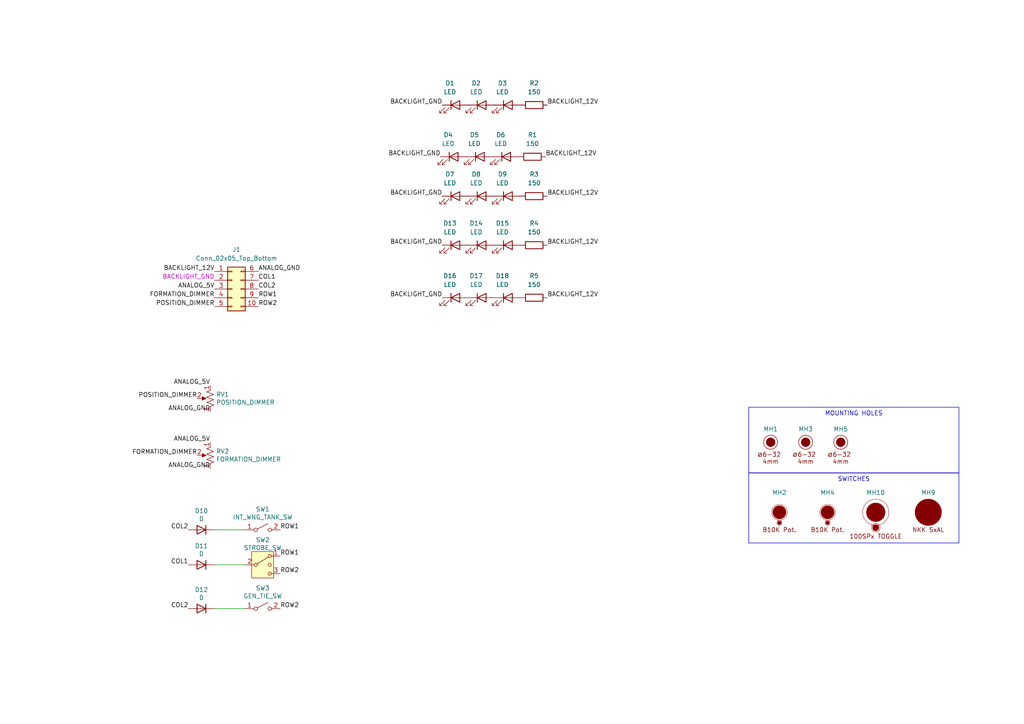
<source format=kicad_sch>
(kicad_sch (version 20231120) (generator "eeschema") (generator_version "8.0")
  (paper "A4")
  (lib_symbols
    (symbol "Connector_Generic:Conn_02x05_Top_Bottom" (pin_names (offset 1.016) hide)
      (property "Reference" "J" (at 1.27 7.62 0))
      (property "Value" "Conn_02x05_Top_Bottom" (at 1.27 -7.62 0))
      (symbol "Conn_02x05_Top_Bottom_1_1"
        (rectangle (start -1.27 -4.953) (end 0 -5.207) (stroke (width 0.1524)))
        (rectangle (start -1.27 -2.413) (end 0 -2.667) (stroke (width 0.1524)))
        (rectangle (start -1.27 0.127) (end 0 -0.127) (stroke (width 0.1524)))
        (rectangle (start -1.27 2.667) (end 0 2.413) (stroke (width 0.1524)))
        (rectangle (start -1.27 5.207) (end 0 4.953) (stroke (width 0.1524)))
        (rectangle (start -1.27 6.35) (end 3.81 -6.35) (stroke (width 0.254)) (fill (type background)))
        (rectangle (start 3.81 -4.953) (end 2.54 -5.207) (stroke (width 0.1524)))
        (rectangle (start 3.81 -2.413) (end 2.54 -2.667) (stroke (width 0.1524)))
        (rectangle (start 3.81 0.127) (end 2.54 -0.127) (stroke (width 0.1524)))
        (rectangle (start 3.81 2.667) (end 2.54 2.413) (stroke (width 0.1524)))
        (rectangle (start 3.81 5.207) (end 2.54 4.953) (stroke (width 0.1524)))
        (pin passive line (at -5.08 5.08 0) (length 3.81) (name "Pin_1") (number "1"))
        (pin passive line (at 7.62 -5.08 180) (length 3.81) (name "Pin_10") (number "10"))
        (pin passive line (at -5.08 2.54 0) (length 3.81) (name "Pin_2") (number "2"))
        (pin passive line (at -5.08 0 0) (length 3.81) (name "Pin_3") (number "3"))
        (pin passive line (at -5.08 -2.54 0) (length 3.81) (name "Pin_4") (number "4"))
        (pin passive line (at -5.08 -5.08 0) (length 3.81) (name "Pin_5") (number "5"))
        (pin passive line (at 7.62 5.08 180) (length 3.81) (name "Pin_6") (number "6"))
        (pin passive line (at 7.62 2.54 180) (length 3.81) (name "Pin_7") (number "7"))
        (pin passive line (at 7.62 0 180) (length 3.81) (name "Pin_8") (number "8"))
        (pin passive line (at 7.62 -2.54 180) (length 3.81) (name "Pin_9") (number "9"))
      )
    )
    (symbol "Device:D" (pin_numbers hide) (pin_names (offset 1.016) hide)
      (property "Reference" "D" (at 0 2.54 0))
      (property "Value" "D" (at 0 -2.54 0))
      (symbol "D_0_1"
        (polyline (pts (xy -1.27 1.27) (xy -1.27 -1.27)) (stroke (width 0.254)))
        (polyline (pts (xy 1.27 0) (xy -1.27 0)))
        (polyline (pts (xy 1.27 1.27) (xy 1.27 -1.27) (xy -1.27 0) (xy 1.27 1.27)) (stroke (width 0.254)))
      )
      (symbol "D_1_1"
        (pin passive line (at -3.81 0 0) (length 2.54) (name "K") (number "1"))
        (pin passive line (at 3.81 0 180) (length 2.54) (name "A") (number "2"))
      )
    )
    (symbol "Device:LED" (pin_numbers hide) (pin_names (offset 1.016) hide)
      (property "Reference" "D" (at 0 2.54 0))
      (property "Value" "LED" (at 0 -2.54 0))
      (symbol "LED_0_1"
        (polyline (pts (xy -1.27 -1.27) (xy -1.27 1.27)) (stroke (width 0.254)))
        (polyline (pts (xy -1.27 0) (xy 1.27 0)))
        (polyline (pts (xy 1.27 -1.27) (xy 1.27 1.27) (xy -1.27 0) (xy 1.27 -1.27)) (stroke (width 0.254)))
        (polyline (pts (xy -3.048 -0.762) (xy -4.572 -2.286) (xy -3.81 -2.286) (xy -4.572 -2.286) (xy -4.572 -1.524)))
        (polyline (pts (xy -1.778 -0.762) (xy -3.302 -2.286) (xy -2.54 -2.286) (xy -3.302 -2.286) (xy -3.302 -1.524)))
      )
      (symbol "LED_1_1"
        (pin passive line (at -3.81 0 0) (length 2.54) (name "K") (number "1"))
        (pin passive line (at 3.81 0 180) (length 2.54) (name "A") (number "2"))
      )
    )
    (symbol "Device:R" (pin_numbers hide) (pin_names (offset 0))
      (property "Reference" "R" (at 2.032 0 90))
      (property "Value" "R" (at 0 0 90))
      (symbol "R_0_1"
        (rectangle (start -1.016 -2.54) (end 1.016 2.54) (stroke (width 0.254)))
      )
      (symbol "R_1_1"
        (pin passive line (at 0 3.81 270) (length 1.27) (name "~") (number "1"))
        (pin passive line (at 0 -3.81 90) (length 1.27) (name "~") (number "2"))
      )
    )
    (symbol "Device:R_POT_US" (pin_names (offset 1.016) hide)
      (property "Reference" "RV" (at -4.445 0 90))
      (property "Value" "Device_R_POT_US" (at -2.54 0 90))
      (symbol "R_POT_US_0_1"
        (polyline (pts (xy 0 -2.286) (xy 0 -2.54)))
        (polyline (pts (xy 0 2.54) (xy 0 2.286)))
        (polyline (pts (xy 2.54 0) (xy 1.524 0)))
        (polyline (pts (xy 1.143 0) (xy 2.286 0.508) (xy 2.286 -0.508) (xy 1.143 0)) (fill (type outline)))
        (polyline (pts (xy 0 -0.762) (xy 1.016 -1.143) (xy 0 -1.524) (xy -1.016 -1.905) (xy 0 -2.286)))
        (polyline (pts (xy 0 0.762) (xy 1.016 0.381) (xy 0 0) (xy -1.016 -0.381) (xy 0 -0.762)))
        (polyline (pts (xy 0 2.286) (xy 1.016 1.905) (xy 0 1.524) (xy -1.016 1.143) (xy 0 0.762)))
      )
      (symbol "R_POT_US_1_1"
        (pin passive line (at 0 3.81 270) (length 1.27) (name "1") (number "1"))
        (pin passive line (at 3.81 0 180) (length 1.27) (name "2") (number "2"))
        (pin passive line (at 0 -3.81 90) (length 1.27) (name "3") (number "3"))
      )
    )
    (symbol "OH_Symbols:MountingHole_100SPx_Toggle" (pin_names (offset 1.016)) (in_bom no)
      (property "Reference" "MH" (at 0 5.715 0))
      (symbol "MountingHole_100SPx_Toggle_1_1"
        (circle (center 0 -4.445) (radius 0.898) (fill (type outline)))
        (circle (center 0 -4.445) (radius 1.27) (stroke (width 0.1)))
        (circle (center 0 0) (radius 2.6941) (fill (type outline)))
        (circle (center 0 0) (radius 3.81) (stroke (width 0.1)))
        (text "100SPx TOGGLE" (at 0 -6.985 0) (effects (font (size 1.27 1.27))))
      )
    )
    (symbol "OH_Symbols:MountingHole_6x32_PHS" (pin_numbers hide) (pin_names (offset 0) hide) (in_bom no)
      (property "Reference" "MH" (at 0 3.81 0))
      (symbol "MountingHole_6x32_PHS_0_0"
        (circle (center 0 0) (radius 1.27) (fill (type outline)))
        (circle (center 0 0) (radius 2.032))
      )
      (symbol "MountingHole_6x32_PHS_1_1"
        (text "⌀6-32 \n4mm" (at 0 -4.572 0) (effects (font (size 1.27 1.27))))
      )
    )
    (symbol "OH_Symbols:MountingHole_B10K_Potentiometer" (pin_names (offset 1.016)) (in_bom no)
      (property "Reference" "MH" (at 0 3.302 0))
      (symbol "MountingHole_B10K_Potentiometer_1_1"
        (circle (center 0 -3.048) (radius 0.508) (fill (type outline)))
        (circle (center 0 -3.048) (radius 0.762) (stroke (width 0.05)))
        (circle (center 0 0) (radius 1.905) (fill (type outline)))
        (circle (center 0 0) (radius 2.286) (stroke (width 0.1)))
        (text "B10K Pot." (at 0 -5.08 0) (effects (font (size 1.27 1.27))))
      )
    )
    (symbol "OH_Symbols:MountingHole_SxAL_Toggle" (pin_names (offset 1.016)) (in_bom no)
      (property "Reference" "MH" (at 0 5.715 0))
      (symbol "MountingHole_SxAL_Toggle_1_1"
        (circle (center 0 0) (radius 3.8185) (fill (type outline)))
        (text "NKK SxAL" (at 0 -5.08 0) (effects (font (size 1.27 1.27))))
      )
    )
    (symbol "Switch:SW_SPDT_MSM" (pin_names (offset 0) hide)
      (property "Reference" "SW" (at 0 5.08 0))
      (property "Value" "SW_SPDT_MSM" (at 0 -5.08 0))
      (symbol "SW_SPDT_MSM_0_1"
        (circle (center -2.032 0) (radius 0.4572))
        (polyline (pts (xy -1.651 0.254) (xy 1.651 2.286)))
        (circle (center 2.032 -2.54) (radius 0.4572))
        (circle (center 2.032 0) (radius 0.4572))
        (circle (center 2.032 2.54) (radius 0.4572))
      )
      (symbol "SW_SPDT_MSM_1_1"
        (rectangle (start -3.175 3.81) (end 3.175 -3.81) (fill (type background)))
        (pin passive line (at 5.08 2.54 180) (length 2.54) (name "1") (number "1"))
        (pin passive line (at -5.08 0 0) (length 2.54) (name "3") (number "2"))
        (pin passive line (at 5.08 -2.54 180) (length 2.54) (name "4") (number "3"))
      )
    )
    (symbol "Switch:SW_SPST" (pin_names (offset 0) hide)
      (property "Reference" "SW" (at 0 3.175 0))
      (property "Value" "SW_SPST" (at 0 -2.54 0))
      (symbol "SW_SPST_0_0"
        (circle (center -2.032 0) (radius 0.508))
        (polyline (pts (xy -1.524 0.254) (xy 1.524 1.778)))
        (circle (center 2.032 0) (radius 0.508))
      )
      (symbol "SW_SPST_1_1"
        (pin passive line (at -5.08 0 0) (length 2.54) (name "A") (number "1"))
        (pin passive line (at 5.08 0 180) (length 2.54) (name "B") (number "2"))
      )
    )
  )
  (wire (pts (xy 62.23 153.67) (xy 71.12 153.67)))
  (wire (pts (xy 62.23 176.53) (xy 71.12 176.53)))
  (wire (pts (xy 62.23 163.83) (xy 71.12 163.83)))
  (text_box "MOUNTING HOLES" (at 217.17 118.11 0) (size 60.96 19.05) (effects (font (size 1.27 1.27)) (justify top)))
  (text_box "SWITCHES" (at 217.17 137.16 0) (size 60.96 20.32) (effects (font (size 1.27 1.27)) (justify top)))
  (label "ROW1" (at 74.93 86.36 0))
  (label "FORMATION_DIMMER" (at 62.23 86.36 180))
  (label "BACKLIGHT_GND" (at 128.27 30.48 180))
  (label "COL2" (at 74.93 83.82 0))
  (label "BACKLIGHT_GND" (at 62.23 81.28 180))
  (label "COL2" (at 54.61 176.53 180))
  (label "POSITION_DIMMER" (at 62.23 88.9 180))
  (label "BACKLIGHT_12V" (at 158.242 45.466 0))
  (label "POSITION_DIMMER" (at 57.15 115.57 180))
  (label "FORMATION_DIMMER" (at 57.15 132.08 180))
  (label "ROW1" (at 81.28 161.29 0))
  (label "BACKLIGHT_12V" (at 158.75 56.896 0))
  (label "BACKLIGHT_12V" (at 158.75 71.12 0))
  (label "ANALOG_GND" (at 60.96 135.89 180))
  (label "BACKLIGHT_12V" (at 158.75 30.48 0))
  (label "ANALOG_5V" (at 62.23 83.82 180))
  (label "ROW2" (at 74.93 88.9 0))
  (label "BACKLIGHT_GND" (at 128.27 86.36 180))
  (label "ROW2" (at 81.28 176.53 0))
  (label "ANALOG_5V" (at 60.96 111.76 180))
  (label "ROW2" (at 81.28 166.37 0))
  (label "ANALOG_GND" (at 74.93 78.74 0))
  (label "ROW1" (at 81.28 153.67 0))
  (label "BACKLIGHT_12V" (at 158.75 86.36 0))
  (label "BACKLIGHT_12V" (at 62.23 78.74 180))
  (label "BACKLIGHT_GND" (at 127.762 45.466 180))
  (label "COL2" (at 54.61 153.67 180))
  (label "BACKLIGHT_GND" (at 128.27 71.12 180))
  (label "COL1" (at 54.61 163.83 180))
  (label "COL1" (at 74.93 81.28 0))
  (label "ANALOG_GND" (at 60.96 119.38 180))
  (label "ANALOG_5V" (at 60.96 128.27 180))
  (label "BACKLIGHT_GND" (at 128.27 56.896 180))
  (symbol (lib_id "OH_Symbols:MountingHole_6x32_PHS") (at 243.84 128.27 0) (unit 1) (in_bom no)
    (property "Reference" "MH5" (at 243.84 124.46 0))
    (property "Value" "6x32 / 4mm" (effects (hide yes)))
    (property "Footprint" "OH_Footprints:MountingHole_6-32_PHS" (effects (hide yes)))
  )
  (symbol (lib_id "OH_Symbols:MountingHole_100SPx_Toggle") (at 254 148.59 0) (unit 1) (in_bom no)
    (property "Reference" "MH10" (at 254 142.875 0))
    (property "Value" "Switch_100SPx" (effects (hide yes)))
    (property "Footprint" "OH_Footprints:100SPX_Toggle_13mm_x_18mm" (effects (hide yes)))
    (property "Datasheet" "https://sten-eswitch-13110800-production.s3.amazonaws.com/system/asset/product_line/data_sheet/129/100.pdf" (effects (hide yes)))
  )
  (symbol (lib_id "Device:LED") (at 146.812 45.466 0) (unit 1)
    (property "Reference" "D6" (at 145.2245 39.116 0))
    (property "Value" "LED" (at 145.2245 41.656 0))
    (property "Footprint" "LED_THT:LED_D3.0mm_FlatTop" (effects (hide yes)))
  )
  (symbol (lib_id "Device:LED") (at 147.32 71.12 0) (unit 1)
    (property "Reference" "D15" (at 145.7325 64.77 0))
    (property "Value" "LED" (at 145.7325 67.31 0))
    (property "Footprint" "LED_THT:LED_D3.0mm_FlatTop" (effects (hide yes)))
  )
  (symbol (lib_id "Device:LED") (at 139.192 45.466 0) (unit 1)
    (property "Reference" "D5" (at 137.6045 39.116 0))
    (property "Value" "LED" (at 137.6045 41.656 0))
    (property "Footprint" "LED_THT:LED_D3.0mm_FlatTop" (effects (hide yes)))
  )
  (symbol (lib_id "Device:LED") (at 147.32 86.36 0) (unit 1)
    (property "Reference" "D18" (at 145.7325 80.01 0))
    (property "Value" "LED" (at 145.7325 82.55 0))
    (property "Footprint" "LED_THT:LED_D3.0mm_FlatTop" (effects (hide yes)))
  )
  (symbol (lib_id "Device:LED") (at 139.7 86.36 0) (unit 1)
    (property "Reference" "D17" (at 138.1125 80.01 0))
    (property "Value" "LED" (at 138.1125 82.55 0))
    (property "Footprint" "LED_THT:LED_D3.0mm_FlatTop" (effects (hide yes)))
  )
  (symbol (lib_id "Device:R") (at 154.94 71.12 90) (unit 1)
    (property "Reference" "R4" (at 154.94 64.77 90))
    (property "Value" "150" (at 154.94 67.31 90))
    (property "Footprint" "Resistor_THT:R_Axial_DIN0204_L3.6mm_D1.6mm_P7.62mm_Horizontal" (effects (hide yes)))
  )
  (symbol (lib_id "Device:R_POT_US") (at 60.96 132.08 0) (mirror y) (unit 1)
    (property "Reference" "RV2" (at 62.6618 130.9116 0) (effects (justify right)))
    (property "Value" "FORMATION_DIMMER" (at 62.6618 133.223 0) (effects (justify right)))
    (property "Footprint" "Connector_JST:JST_XH_B3B-XH-A_1x03_P2.50mm_Vertical" (effects (hide yes)))
  )
  (symbol (lib_id "Device:R") (at 154.432 45.466 90) (unit 1)
    (property "Reference" "R1" (at 154.432 39.116 90))
    (property "Value" "150" (at 154.432 41.656 90))
    (property "Footprint" "Resistor_THT:R_Axial_DIN0204_L3.6mm_D1.6mm_P7.62mm_Horizontal" (effects (hide yes)))
  )
  (symbol (lib_id "OH_Symbols:MountingHole_B10K_Potentiometer") (at 226.06 148.59 0) (unit 1) (in_bom no)
    (property "Reference" "MH2" (at 226.06 142.875 0))
    (property "Value" "Pot_B10K" (effects (hide yes)))
    (property "Footprint" "OH_Footprints:BR10K_Pot_11mm_x_11mm" (effects (hide yes)))
    (property "Datasheet" "https://www.mouser.com/datasheet/2/414/TTRB_S_A0009241252_1-2565491.pdf" (effects (hide yes)))
    (property "Manufacturer PN" "P0915N-FC20BR10K" (effects (hide yes)))
  )
  (symbol (lib_id "Device:LED") (at 132.08 30.48 0) (unit 1)
    (property "Reference" "D1" (at 130.4925 24.13 0))
    (property "Value" "LED" (at 130.4925 26.67 0))
    (property "Footprint" "LED_THT:LED_D3.0mm_FlatTop" (effects (hide yes)))
  )
  (symbol (lib_id "Switch:SW_SPST") (at 76.2 153.67 0) (unit 1)
    (property "Reference" "SW1" (at 76.2 147.701 0))
    (property "Value" "INT_WNG_TANK_SW" (at 76.2 150.0124 0))
    (property "Footprint" "Connector_JST:JST_XH_B2B-XH-A_1x02_P2.50mm_Vertical" (effects (hide yes)))
  )
  (symbol (lib_id "Device:LED") (at 139.7 56.896 0) (unit 1)
    (property "Reference" "D8" (at 138.1125 50.546 0))
    (property "Value" "LED" (at 138.1125 53.086 0))
    (property "Footprint" "LED_THT:LED_D3.0mm_FlatTop" (effects (hide yes)))
  )
  (symbol (lib_id "Device:D") (at 58.42 163.83 0) (mirror y) (unit 1)
    (property "Reference" "D11" (at 58.42 158.3436 0))
    (property "Value" "D" (at 58.42 160.655 0))
    (property "Footprint" "Library:D_A-405_P7.62mm_Horizontal-SIGNAL" (effects (hide yes)))
  )
  (symbol (lib_id "Device:R") (at 154.94 56.896 90) (unit 1)
    (property "Reference" "R3" (at 154.94 50.546 90))
    (property "Value" "150" (at 154.94 53.086 90))
    (property "Footprint" "Resistor_THT:R_Axial_DIN0204_L3.6mm_D1.6mm_P7.62mm_Horizontal" (effects (hide yes)))
  )
  (symbol (lib_id "Device:D") (at 58.42 153.67 0) (mirror y) (unit 1)
    (property "Reference" "D10" (at 58.42 148.1836 0))
    (property "Value" "D" (at 58.42 150.495 0))
    (property "Footprint" "Library:D_A-405_P7.62mm_Horizontal-SIGNAL" (effects (hide yes)))
  )
  (symbol (lib_id "Device:LED") (at 132.08 71.12 0) (unit 1)
    (property "Reference" "D13" (at 130.4925 64.77 0))
    (property "Value" "LED" (at 130.4925 67.31 0))
    (property "Footprint" "LED_THT:LED_D3.0mm_FlatTop" (effects (hide yes)))
  )
  (symbol (lib_id "Device:LED") (at 131.572 45.466 0) (unit 1)
    (property "Reference" "D4" (at 129.9845 39.116 0))
    (property "Value" "LED" (at 129.9845 41.656 0))
    (property "Footprint" "LED_THT:LED_D3.0mm_FlatTop" (effects (hide yes)))
  )
  (symbol (lib_id "Device:LED") (at 139.7 71.12 0) (unit 1)
    (property "Reference" "D14" (at 138.1125 64.77 0))
    (property "Value" "LED" (at 138.1125 67.31 0))
    (property "Footprint" "LED_THT:LED_D3.0mm_FlatTop" (effects (hide yes)))
  )
  (symbol (lib_id "Device:LED") (at 132.08 56.896 0) (unit 1)
    (property "Reference" "D7" (at 130.4925 50.546 0))
    (property "Value" "LED" (at 130.4925 53.086 0))
    (property "Footprint" "LED_THT:LED_D3.0mm_FlatTop" (effects (hide yes)))
  )
  (symbol (lib_id "Device:LED") (at 132.08 86.36 0) (unit 1)
    (property "Reference" "D16" (at 130.4925 80.01 0))
    (property "Value" "LED" (at 130.4925 82.55 0))
    (property "Footprint" "LED_THT:LED_D3.0mm_FlatTop" (effects (hide yes)))
  )
  (symbol (lib_id "Device:LED") (at 139.7 30.48 0) (unit 1)
    (property "Reference" "D2" (at 138.1125 24.13 0))
    (property "Value" "LED" (at 138.1125 26.67 0))
    (property "Footprint" "LED_THT:LED_D3.0mm_FlatTop" (effects (hide yes)))
  )
  (symbol (lib_id "OH_Symbols:MountingHole_SxAL_Toggle") (at 269.24 148.59 0) (unit 1) (in_bom no)
    (property "Reference" "MH9" (at 269.24 142.875 0))
    (property "Value" "Switch_NKK SxAL" (effects (hide yes)))
    (property "Footprint" "OH_Footprints:SxAL_Toggle_13x13mm" (effects (hide yes)))
    (property "Datasheet" "https://www.mouser.com/datasheet/2/295/stogglesmedcap-1663420.pdf" (effects (hide yes)))
    (property "Manufacturer PN" "SxAL" (effects (hide yes)))
  )
  (symbol (lib_id "OH_Symbols:MountingHole_6x32_PHS") (at 223.52 128.27 0) (unit 1) (in_bom no)
    (property "Reference" "MH1" (at 223.52 124.46 0))
    (property "Value" "6x32 / 4mm" (effects (hide yes)))
    (property "Footprint" "OH_Footprints:MountingHole_6-32_PHS" (effects (hide yes)))
  )
  (symbol (lib_id "Device:LED") (at 147.32 30.48 0) (unit 1)
    (property "Reference" "D3" (at 145.7325 24.13 0))
    (property "Value" "LED" (at 145.7325 26.67 0))
    (property "Footprint" "LED_THT:LED_D3.0mm_FlatTop" (effects (hide yes)))
  )
  (symbol (lib_id "Switch:SW_SPST") (at 76.2 176.53 0) (unit 1)
    (property "Reference" "SW3" (at 76.2 170.561 0))
    (property "Value" "GEN_TIE_SW" (at 76.2 172.8724 0))
    (property "Footprint" "Connector_JST:JST_XH_B2B-XH-A_1x02_P2.50mm_Vertical" (effects (hide yes)))
  )
  (symbol (lib_id "OH_Symbols:MountingHole_B10K_Potentiometer") (at 240.03 148.59 0) (unit 1) (in_bom no)
    (property "Reference" "MH4" (at 240.03 142.875 0))
    (property "Value" "Pot_B10K" (effects (hide yes)))
    (property "Footprint" "OH_Footprints:BR10K_Pot_11mm_x_11mm" (effects (hide yes)))
    (property "Datasheet" "https://www.mouser.com/datasheet/2/414/TTRB_S_A0009241252_1-2565491.pdf" (effects (hide yes)))
    (property "Manufacturer PN" "P0915N-FC20BR10K" (effects (hide yes)))
  )
  (symbol (lib_id "Device:D") (at 58.42 176.53 0) (mirror y) (unit 1)
    (property "Reference" "D12" (at 58.42 171.0436 0))
    (property "Value" "D" (at 58.42 173.355 0))
    (property "Footprint" "Library:D_A-405_P7.62mm_Horizontal-SIGNAL" (effects (hide yes)))
  )
  (symbol (lib_id "Device:R") (at 154.94 86.36 90) (unit 1)
    (property "Reference" "R5" (at 154.94 80.01 90))
    (property "Value" "150" (at 154.94 82.55 90))
    (property "Footprint" "Resistor_THT:R_Axial_DIN0204_L3.6mm_D1.6mm_P7.62mm_Horizontal" (effects (hide yes)))
  )
  (symbol (lib_id "Switch:SW_SPDT_MSM") (at 76.2 163.83 0) (unit 1)
    (property "Reference" "SW2" (at 76.2 156.591 0))
    (property "Value" "STROBE_SW" (at 76.2 158.9024 0))
    (property "Footprint" "Connector_JST:JST_XH_B3B-XH-A_1x03_P2.50mm_Vertical" (effects (hide yes)))
  )
  (symbol (lib_id "Device:LED") (at 147.32 56.896 0) (unit 1)
    (property "Reference" "D9" (at 145.7325 50.546 0))
    (property "Value" "LED" (at 145.7325 53.086 0))
    (property "Footprint" "LED_THT:LED_D3.0mm_FlatTop" (effects (hide yes)))
  )
  (symbol (lib_id "Device:R") (at 154.94 30.48 90) (unit 1)
    (property "Reference" "R2" (at 154.94 24.13 90))
    (property "Value" "150" (at 154.94 26.67 90))
    (property "Footprint" "Resistor_THT:R_Axial_DIN0204_L3.6mm_D1.6mm_P7.62mm_Horizontal" (effects (hide yes)))
  )
  (symbol (lib_id "Device:R_POT_US") (at 60.96 115.57 0) (mirror y) (unit 1)
    (property "Reference" "RV1" (at 62.6618 114.4016 0) (effects (justify right)))
    (property "Value" "POSITION_DIMMER" (at 62.6618 116.713 0) (effects (justify right)))
    (property "Footprint" "Connector_JST:JST_XH_B3B-XH-A_1x03_P2.50mm_Vertical" (effects (hide yes)))
  )
  (symbol (lib_id "OH_Symbols:MountingHole_6x32_PHS") (at 233.68 128.27 0) (unit 1) (in_bom no)
    (property "Reference" "MH3" (at 233.68 124.46 0))
    (property "Value" "6x32 / 4mm" (effects (hide yes)))
    (property "Footprint" "OH_Footprints:MountingHole_6-32_PHS" (effects (hide yes)))
  )
  (symbol (lib_id "Connector_Generic:Conn_02x05_Top_Bottom") (at 67.31 83.82 0) (unit 1)
    (property "Reference" "J1" (at 68.58 72.39 0))
    (property "Value" "Conn_02x05_Top_Bottom" (at 68.58 74.93 0))
    (property "Footprint" "Connector_IDC:IDC-Header_2x05_P2.54mm_Vertical" (effects (hide yes)))
    (property "Description" "Generic connector, double row, 02x05, top/bottom pin numbering scheme (row 1: 1...pins_per_row, row2: pins_per_row+1 ... num_pins), script generated (kicad-library-utils/schlib/autogen/connector/)" (effects (hide yes)))
  )
)
</source>
